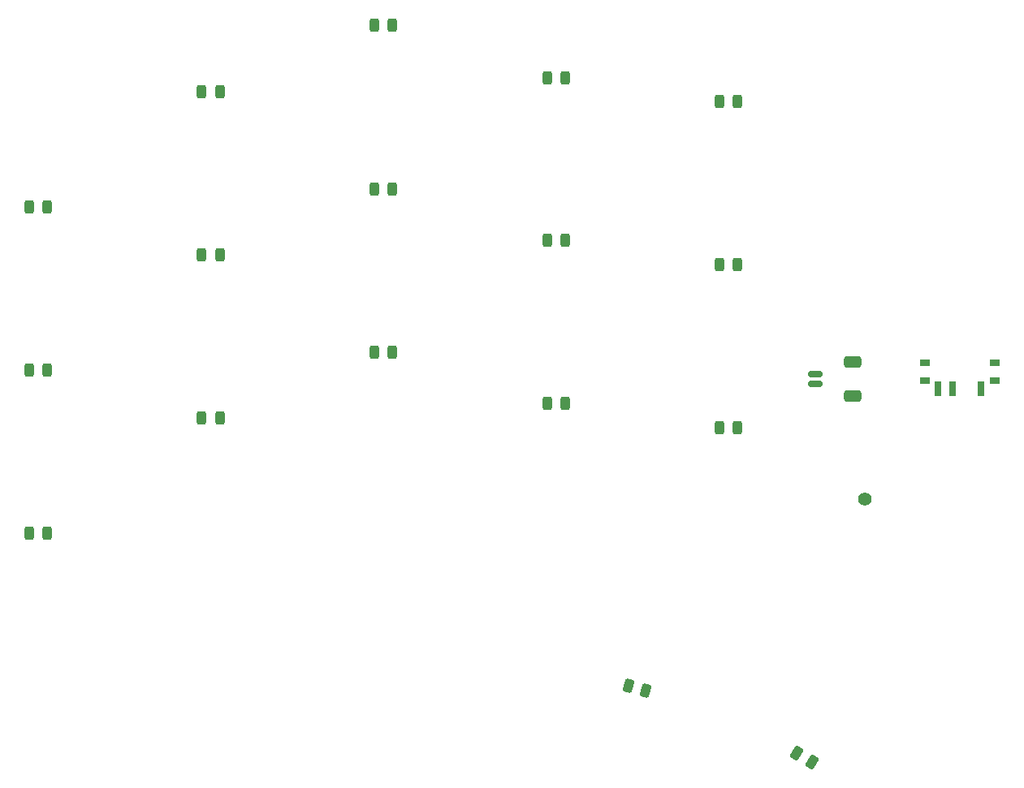
<source format=gbr>
%TF.GenerationSoftware,KiCad,Pcbnew,8.0.4*%
%TF.CreationDate,2024-08-21T07:41:27-07:00*%
%TF.ProjectId,swoon,73776f6f-6e2e-46b6-9963-61645f706362,rev?*%
%TF.SameCoordinates,Original*%
%TF.FileFunction,Paste,Top*%
%TF.FilePolarity,Positive*%
%FSLAX46Y46*%
G04 Gerber Fmt 4.6, Leading zero omitted, Abs format (unit mm)*
G04 Created by KiCad (PCBNEW 8.0.4) date 2024-08-21 07:41:27*
%MOMM*%
%LPD*%
G01*
G04 APERTURE LIST*
G04 Aperture macros list*
%AMRoundRect*
0 Rectangle with rounded corners*
0 $1 Rounding radius*
0 $2 $3 $4 $5 $6 $7 $8 $9 X,Y pos of 4 corners*
0 Add a 4 corners polygon primitive as box body*
4,1,4,$2,$3,$4,$5,$6,$7,$8,$9,$2,$3,0*
0 Add four circle primitives for the rounded corners*
1,1,$1+$1,$2,$3*
1,1,$1+$1,$4,$5*
1,1,$1+$1,$6,$7*
1,1,$1+$1,$8,$9*
0 Add four rect primitives between the rounded corners*
20,1,$1+$1,$2,$3,$4,$5,0*
20,1,$1+$1,$4,$5,$6,$7,0*
20,1,$1+$1,$6,$7,$8,$9,0*
20,1,$1+$1,$8,$9,$2,$3,0*%
G04 Aperture macros list end*
%ADD10RoundRect,0.243750X-0.243750X-0.456250X0.243750X-0.456250X0.243750X0.456250X-0.243750X0.456250X0*%
%ADD11RoundRect,0.150000X0.625000X-0.150000X0.625000X0.150000X-0.625000X0.150000X-0.625000X-0.150000X0*%
%ADD12RoundRect,0.250000X0.650000X-0.350000X0.650000X0.350000X-0.650000X0.350000X-0.650000X-0.350000X0*%
%ADD13RoundRect,0.243750X0.353531X0.377617X-0.117358X0.503791X-0.353531X-0.377617X0.117358X-0.503791X0*%
%ADD14R,0.700000X1.500000*%
%ADD15R,1.000000X0.800000*%
%ADD16RoundRect,0.243750X0.439219X0.273249X0.017031X0.516999X-0.439219X-0.273249X-0.017031X-0.516999X0*%
%ADD17C,1.400000*%
G04 APERTURE END LIST*
D10*
%TO.C,D21*%
X99761500Y-104853000D03*
X101636500Y-104853000D03*
%TD*%
%TO.C,D23*%
X117761500Y-92845000D03*
X119636500Y-92845000D03*
%TD*%
%TO.C,D9*%
X171761500Y-59853000D03*
X173636500Y-59853000D03*
%TD*%
%TO.C,D19*%
X171741500Y-76843000D03*
X173616500Y-76843000D03*
%TD*%
%TO.C,D27*%
X153761500Y-91321000D03*
X155636500Y-91321000D03*
%TD*%
%TO.C,D3*%
X117761500Y-58853000D03*
X119636500Y-58853000D03*
%TD*%
D11*
%TO.C,J75*%
X181728000Y-89282000D03*
X181728000Y-88282000D03*
D12*
X185603000Y-90582000D03*
X185603000Y-86982000D03*
%TD*%
D13*
%TO.C,D31*%
X164069175Y-121286003D03*
X162258065Y-120800717D03*
%TD*%
D10*
%TO.C,D13*%
X117761500Y-75827000D03*
X119636500Y-75827000D03*
%TD*%
%TO.C,D29*%
X171741500Y-93861000D03*
X173616500Y-93861000D03*
%TD*%
%TO.C,D15*%
X135761500Y-68969000D03*
X137636500Y-68969000D03*
%TD*%
%TO.C,D17*%
X153761500Y-74303000D03*
X155636500Y-74303000D03*
%TD*%
%TO.C,D1*%
X99761500Y-70853000D03*
X101636500Y-70853000D03*
%TD*%
%TO.C,D7*%
X153761500Y-57353000D03*
X155636500Y-57353000D03*
%TD*%
D14*
%TO.C,SW18*%
X199035000Y-89770000D03*
X196035000Y-89770000D03*
X194535000Y-89770000D03*
D15*
X200435000Y-88985000D03*
X200435000Y-87055000D03*
X193135000Y-87055000D03*
X193135000Y-88985000D03*
%TD*%
D16*
%TO.C,D33*%
X181431862Y-128740220D03*
X179808064Y-127802720D03*
%TD*%
D10*
%TO.C,D25*%
X135761500Y-85987000D03*
X137636500Y-85987000D03*
%TD*%
%TO.C,D11*%
X99761500Y-87853000D03*
X101636500Y-87853000D03*
%TD*%
%TO.C,D5*%
X135761500Y-51853000D03*
X137636500Y-51853000D03*
%TD*%
D17*
%TO.C,J73*%
X186903000Y-101355000D03*
%TD*%
M02*

</source>
